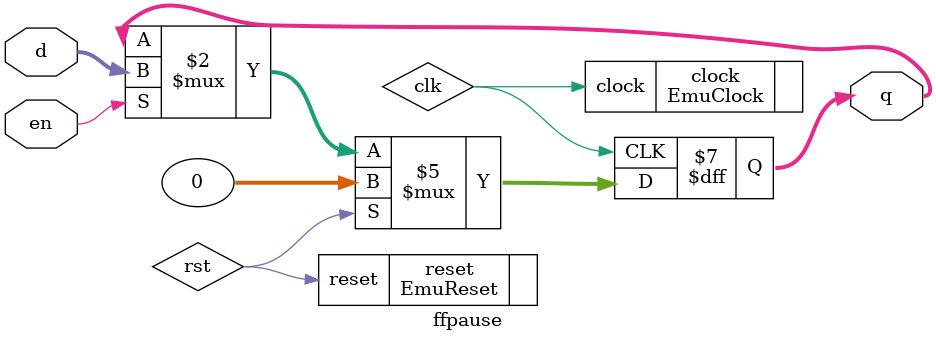
<source format=v>
`timescale 1 ns / 1 ps

module ffpause(
    (* __emu_extern_intf = "test" *)
    input en,
    (* __emu_extern_intf = "test" *)
    input [31:0] d,
    (* __emu_extern_intf = "test" *)
    output reg [31:0] q
);

    wire clk, rst;
    EmuClock clock(.clock(clk));
    EmuReset reset(.reset(rst));

    always @(posedge clk) begin
        if (rst) q <= 32'd0;
        else if (en) q <= d;
    end

endmodule

</source>
